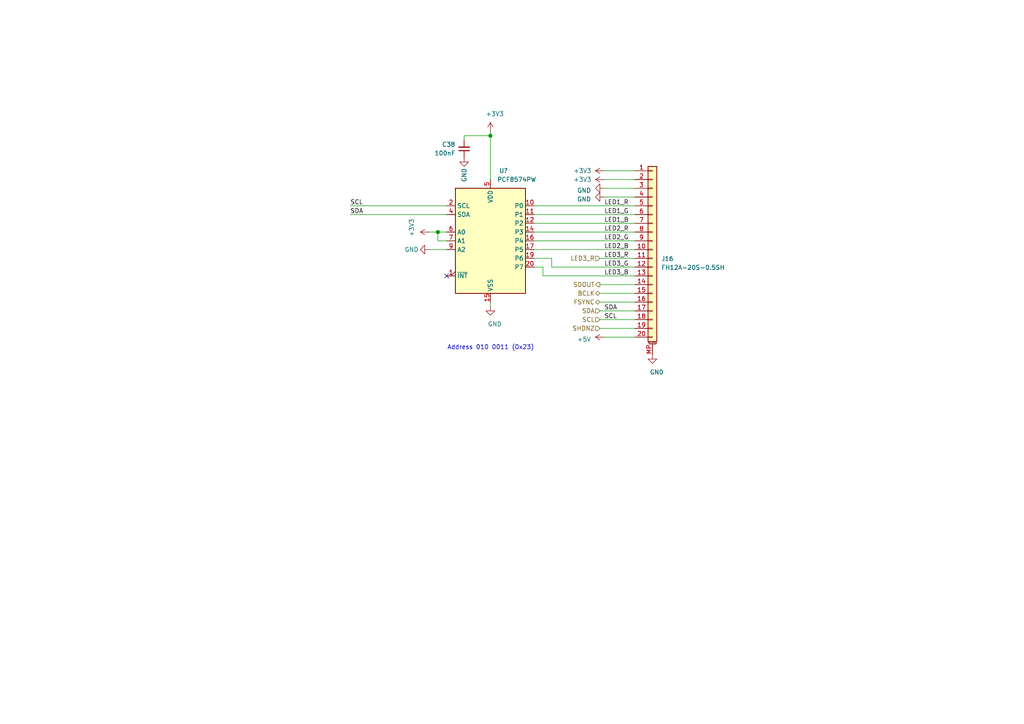
<source format=kicad_sch>
(kicad_sch (version 20210406) (generator eeschema)
  (paper "A4")
  (lib_symbols
    (symbol "Connector_Generic_MountingPin:Conn_01x20_MountingPin" (pin_names (offset 1.016) hide)
      (property "Reference" "J" (at 0 25.4 0))
      (property "Value" "Conn_01x20_MountingPin" (at 1.27 -27.94 0))
      (symbol "Conn_01x20_MountingPin_1_1"
        (text "Mounting" (at 0 -27.051 0) (effects (font (size 0.381 0.381))))
        (rectangle (start -1.27 -25.273) (end 0 -25.527) (stroke (width 0.1524)))
        (rectangle (start -1.27 -22.733) (end 0 -22.987) (stroke (width 0.1524)))
        (rectangle (start -1.27 -20.193) (end 0 -20.447) (stroke (width 0.1524)))
        (rectangle (start -1.27 -17.653) (end 0 -17.907) (stroke (width 0.1524)))
        (rectangle (start -1.27 -15.113) (end 0 -15.367) (stroke (width 0.1524)))
        (rectangle (start -1.27 -12.573) (end 0 -12.827) (stroke (width 0.1524)))
        (rectangle (start -1.27 -10.033) (end 0 -10.287) (stroke (width 0.1524)))
        (rectangle (start -1.27 -7.493) (end 0 -7.747) (stroke (width 0.1524)))
        (rectangle (start -1.27 -4.953) (end 0 -5.207) (stroke (width 0.1524)))
        (rectangle (start -1.27 -2.413) (end 0 -2.667) (stroke (width 0.1524)))
        (rectangle (start -1.27 0.127) (end 0 -0.127) (stroke (width 0.1524)))
        (rectangle (start -1.27 2.667) (end 0 2.413) (stroke (width 0.1524)))
        (rectangle (start -1.27 5.207) (end 0 4.953) (stroke (width 0.1524)))
        (rectangle (start -1.27 7.747) (end 0 7.493) (stroke (width 0.1524)))
        (rectangle (start -1.27 10.287) (end 0 10.033) (stroke (width 0.1524)))
        (rectangle (start -1.27 12.827) (end 0 12.573) (stroke (width 0.1524)))
        (rectangle (start -1.27 15.367) (end 0 15.113) (stroke (width 0.1524)))
        (rectangle (start -1.27 17.907) (end 0 17.653) (stroke (width 0.1524)))
        (rectangle (start -1.27 20.447) (end 0 20.193) (stroke (width 0.1524)))
        (rectangle (start -1.27 22.987) (end 0 22.733) (stroke (width 0.1524)))
        (rectangle (start -1.27 24.13) (end 1.27 -26.67) (stroke (width 0.254)) (fill (type background)))
        (polyline (pts (xy -1.016 -27.432) (xy 1.016 -27.432)) (stroke (width 0.1524)))
        (pin passive line (at -5.08 22.86 0) (length 3.81) (name "Pin_1") (number "1"))
        (pin passive line (at -5.08 0 0) (length 3.81) (name "Pin_10") (number "10"))
        (pin passive line (at -5.08 -2.54 0) (length 3.81) (name "Pin_11") (number "11"))
        (pin passive line (at -5.08 -5.08 0) (length 3.81) (name "Pin_12") (number "12"))
        (pin passive line (at -5.08 -7.62 0) (length 3.81) (name "Pin_13") (number "13"))
        (pin passive line (at -5.08 -10.16 0) (length 3.81) (name "Pin_14") (number "14"))
        (pin passive line (at -5.08 -12.7 0) (length 3.81) (name "Pin_15") (number "15"))
        (pin passive line (at -5.08 -15.24 0) (length 3.81) (name "Pin_16") (number "16"))
        (pin passive line (at -5.08 -17.78 0) (length 3.81) (name "Pin_17") (number "17"))
        (pin passive line (at -5.08 -20.32 0) (length 3.81) (name "Pin_18") (number "18"))
        (pin passive line (at -5.08 -22.86 0) (length 3.81) (name "Pin_19") (number "19"))
        (pin passive line (at -5.08 20.32 0) (length 3.81) (name "Pin_2") (number "2"))
        (pin passive line (at -5.08 -25.4 0) (length 3.81) (name "Pin_20") (number "20"))
        (pin passive line (at -5.08 17.78 0) (length 3.81) (name "Pin_3") (number "3"))
        (pin passive line (at -5.08 15.24 0) (length 3.81) (name "Pin_4") (number "4"))
        (pin passive line (at -5.08 12.7 0) (length 3.81) (name "Pin_5") (number "5"))
        (pin passive line (at -5.08 10.16 0) (length 3.81) (name "Pin_6") (number "6"))
        (pin passive line (at -5.08 7.62 0) (length 3.81) (name "Pin_7") (number "7"))
        (pin passive line (at -5.08 5.08 0) (length 3.81) (name "Pin_8") (number "8"))
        (pin passive line (at -5.08 2.54 0) (length 3.81) (name "Pin_9") (number "9"))
        (pin passive line (at 0 -30.48 90) (length 3.048) (name "MountPin") (number "MP"))
      )
    )
    (symbol "Device:C_Small" (pin_numbers hide) (pin_names (offset 0.254) hide)
      (property "Reference" "C" (at 0.254 1.778 0))
      (property "Value" "C_Small" (at 0.254 -2.032 0))
      (symbol "C_Small_0_1"
        (polyline (pts (xy -1.524 -0.508) (xy 1.524 -0.508)) (stroke (width 0.3302)))
        (polyline (pts (xy -1.524 0.508) (xy 1.524 0.508)) (stroke (width 0.3048)))
      )
      (symbol "C_Small_1_1"
        (pin passive line (at 0 2.54 270) (length 2.032) (name "~") (number "1"))
        (pin passive line (at 0 -2.54 90) (length 2.032) (name "~") (number "2"))
      )
    )
    (symbol "Interface_Expansion:PCF8574TS"
      (property "Reference" "U" (at -8.89 16.51 0))
      (property "Value" "PCF8574TS" (at 3.81 16.51 0))
      (symbol "PCF8574TS_0_1"
        (rectangle (start -10.16 15.24) (end 10.16 -15.24) (stroke (width 0.254)) (fill (type background)))
      )
      (symbol "PCF8574TS_1_1"
        (pin open_collector output_low (at -12.7 -10.16 0) (length 2.54) (name "~INT~") (number "1"))
        (pin bidirectional line (at 12.7 10.16 180) (length 2.54) (name "P0") (number "10"))
        (pin bidirectional line (at 12.7 7.62 180) (length 2.54) (name "P1") (number "11"))
        (pin bidirectional line (at 12.7 5.08 180) (length 2.54) (name "P2") (number "12"))
        (pin no_connect line (at -10.16 -5.08 0) (length 2.54) hide (name "NC") (number "13"))
        (pin bidirectional line (at 12.7 2.54 180) (length 2.54) (name "P3") (number "14"))
        (pin power_in line (at 0 -17.78 90) (length 2.54) (name "VSS") (number "15"))
        (pin bidirectional line (at 12.7 0 180) (length 2.54) (name "P4") (number "16"))
        (pin bidirectional line (at 12.7 -2.54 180) (length 2.54) (name "P5") (number "17"))
        (pin no_connect line (at -10.16 -7.62 0) (length 2.54) hide (name "NC") (number "18"))
        (pin bidirectional line (at 12.7 -5.08 180) (length 2.54) (name "P6") (number "19"))
        (pin input line (at -12.7 10.16 0) (length 2.54) (name "SCL") (number "2"))
        (pin bidirectional line (at 12.7 -7.62 180) (length 2.54) (name "P7") (number "20"))
        (pin no_connect line (at 10.16 -10.16 180) (length 2.54) hide (name "NC") (number "3"))
        (pin bidirectional line (at -12.7 7.62 0) (length 2.54) (name "SDA") (number "4"))
        (pin power_in line (at 0 17.78 270) (length 2.54) (name "VDD") (number "5"))
        (pin input line (at -12.7 2.54 0) (length 2.54) (name "A0") (number "6"))
        (pin input line (at -12.7 0 0) (length 2.54) (name "A1") (number "7"))
        (pin no_connect line (at 10.16 -12.7 180) (length 2.54) hide (name "NC") (number "8"))
        (pin input line (at -12.7 -2.54 0) (length 2.54) (name "A2") (number "9"))
      )
    )
    (symbol "power:+3V3" (power) (pin_names (offset 0))
      (property "Value" "+3V3" (at 0 3.556 0))
      (symbol "+3V3_0_1"
        (polyline (pts (xy -0.762 1.27) (xy 0 2.54)))
        (polyline (pts (xy 0 0) (xy 0 2.54)))
        (polyline (pts (xy 0 2.54) (xy 0.762 1.27)))
      )
      (symbol "+3V3_1_1"
        (pin power_in line (at 0 0 90) (length 0) hide (name "+3V3") (number "1"))
      )
    )
    (symbol "power:+5V" (power) (pin_names (offset 0))
      (property "Value" "+5V" (at 0 3.556 0))
      (symbol "+5V_0_1"
        (polyline (pts (xy -0.762 1.27) (xy 0 2.54)))
        (polyline (pts (xy 0 0) (xy 0 2.54)))
        (polyline (pts (xy 0 2.54) (xy 0.762 1.27)))
      )
      (symbol "+5V_1_1"
        (pin power_in line (at 0 0 90) (length 0) hide (name "+5V") (number "1"))
      )
    )
    (symbol "power:GND" (power) (pin_names (offset 0))
      (property "Value" "GND" (at 0 -3.81 0))
      (symbol "GND_0_1"
        (polyline (pts (xy 0 0) (xy 0 -1.27) (xy 1.27 -1.27) (xy 0 -2.54) (xy -1.27 -1.27) (xy 0 -1.27)))
      )
      (symbol "GND_1_1"
        (pin power_in line (at 0 0 270) (length 0) hide (name "GND") (number "1"))
      )
    )
  )
  (junction (at 127 67.31) (diameter 1.016))
  (junction (at 142.24 39.37) (diameter 1.016))
  (no_connect (at 129.54 80.01))
  (wire (pts (xy 101.6 59.69) (xy 129.54 59.69)))
  (wire (pts (xy 101.6 62.23) (xy 129.54 62.23)))
  (wire (pts (xy 124.46 67.31) (xy 127 67.31)))
  (wire (pts (xy 124.46 72.39) (xy 129.54 72.39)))
  (wire (pts (xy 127 67.31) (xy 127 69.85)))
  (wire (pts (xy 127 69.85) (xy 129.54 69.85)))
  (wire (pts (xy 129.54 67.31) (xy 127 67.31)))
  (wire (pts (xy 134.62 39.37) (xy 142.24 39.37)))
  (wire (pts (xy 134.62 40.64) (xy 134.62 39.37)))
  (wire (pts (xy 142.24 38.1) (xy 142.24 39.37)))
  (wire (pts (xy 142.24 39.37) (xy 142.24 52.07)))
  (wire (pts (xy 142.24 87.63) (xy 142.24 88.9)))
  (wire (pts (xy 154.94 59.69) (xy 184.15 59.69)))
  (wire (pts (xy 154.94 62.23) (xy 184.15 62.23)))
  (wire (pts (xy 154.94 64.77) (xy 184.15 64.77)))
  (wire (pts (xy 154.94 67.31) (xy 184.15 67.31)))
  (wire (pts (xy 154.94 69.85) (xy 184.15 69.85)))
  (wire (pts (xy 154.94 72.39) (xy 184.15 72.39)))
  (wire (pts (xy 154.94 74.93) (xy 160.02 74.93)))
  (wire (pts (xy 154.94 77.47) (xy 157.48 77.47)))
  (wire (pts (xy 157.48 80.01) (xy 157.48 77.47)))
  (wire (pts (xy 157.48 80.01) (xy 184.15 80.01)))
  (wire (pts (xy 160.02 77.47) (xy 160.02 74.93)))
  (wire (pts (xy 160.02 77.47) (xy 184.15 77.47)))
  (wire (pts (xy 173.99 74.93) (xy 184.15 74.93)))
  (wire (pts (xy 173.99 82.55) (xy 184.15 82.55)))
  (wire (pts (xy 173.99 85.09) (xy 184.15 85.09)))
  (wire (pts (xy 173.99 87.63) (xy 184.15 87.63)))
  (wire (pts (xy 173.99 90.17) (xy 184.15 90.17)))
  (wire (pts (xy 173.99 92.71) (xy 184.15 92.71)))
  (wire (pts (xy 173.99 95.25) (xy 184.15 95.25)))
  (wire (pts (xy 175.26 49.53) (xy 184.15 49.53)))
  (wire (pts (xy 175.26 52.07) (xy 184.15 52.07)))
  (wire (pts (xy 175.26 54.61) (xy 184.15 54.61)))
  (wire (pts (xy 175.26 57.15) (xy 184.15 57.15)))
  (wire (pts (xy 175.26 97.79) (xy 184.15 97.79)))
  (text "Address 010 0011 (0x23)" (at 154.94 101.6 180) (effects (font (size 1.27 1.27)) (justify right bottom)))
  (label "SCL" (at 101.6 59.69 0))
  (label "SDA" (at 101.6 62.23 0))
  (label "LED1_R" (at 175.26 59.69 0))
  (label "LED1_G" (at 175.26 62.23 0))
  (label "LED1_B" (at 175.26 64.77 0))
  (label "LED2_R" (at 175.26 67.31 0))
  (label "LED2_G" (at 175.26 69.85 0))
  (label "LED2_B" (at 175.26 72.39 0))
  (label "LED3_R" (at 175.26 74.93 0))
  (label "LED3_G" (at 175.26 77.47 0))
  (label "LED3_B" (at 175.26 80.01 0))
  (label "SDA" (at 175.26 90.17 0))
  (label "SCL" (at 175.26 92.71 0))
  (hierarchical_label "LED3_R" (shape input) (at 173.99 74.93 180))
  (hierarchical_label "SDOUT" (shape output) (at 173.99 82.55 180))
  (hierarchical_label "BCLK" (shape bidirectional) (at 173.99 85.09 180))
  (hierarchical_label "FSYNC" (shape bidirectional) (at 173.99 87.63 180))
  (hierarchical_label "SDA" (shape input) (at 173.99 90.17 180))
  (hierarchical_label "SCL" (shape input) (at 173.99 92.71 180))
  (hierarchical_label "SHDNZ" (shape input) (at 173.99 95.25 180))
  (symbol (lib_id "power:+3V3") (at 124.46 67.31 90) (unit 1)
    (property "Reference" "#PWR0114" (effects hide))
    (property "Value" "+3V3" (at 119.38 66.04 0))
  )
  (symbol (lib_id "power:+3V3") (at 142.24 38.1 0) (unit 1)
    (property "Reference" "#PWR0116" (effects hide))
    (property "Value" "+3V3" (at 143.51 33.02 0))
  )
  (symbol (lib_id "power:+3V3") (at 175.26 49.53 90) (unit 1)
    (property "Reference" "#PWR0127" (effects hide))
    (property "Value" "+3V3" (at 168.91 49.53 90))
  )
  (symbol (lib_id "power:+3V3") (at 175.26 52.07 90) (unit 1)
    (property "Reference" "#PWR0126" (effects hide))
    (property "Value" "+3V3" (at 168.91 52.07 90))
  )
  (symbol (lib_id "power:+5V") (at 175.26 97.79 90) (unit 1)
    (property "Reference" "#PWR0124" (effects hide))
    (property "Value" "+5V" (at 171.45 98.4249 90) (effects (justify left)))
  )
  (symbol (lib_id "power:GND") (at 124.46 72.39 270) (unit 1)
    (property "Reference" "#PWR0112" (effects hide))
    (property "Value" "GND" (at 119.38 72.39 90))
  )
  (symbol (lib_id "power:GND") (at 134.62 45.72 0) (unit 1)
    (property "Reference" "#PWR0120" (effects hide))
    (property "Value" "GND" (at 134.62 50.8 90))
  )
  (symbol (lib_id "power:GND") (at 142.24 88.9 0) (unit 1)
    (property "Reference" "#PWR0117" (effects hide))
    (property "Value" "GND" (at 143.51 93.98 0))
  )
  (symbol (lib_id "power:GND") (at 175.26 54.61 270) (unit 1)
    (property "Reference" "#PWR0128" (effects hide))
    (property "Value" "GND" (at 171.45 55.2449 90) (effects (justify right)))
  )
  (symbol (lib_id "power:GND") (at 175.26 57.15 270) (unit 1)
    (property "Reference" "#PWR0125" (effects hide))
    (property "Value" "GND" (at 171.45 57.7849 90) (effects (justify right)))
  )
  (symbol (lib_id "power:GND") (at 189.23 102.87 0) (unit 1)
    (property "Reference" "#PWR0122" (effects hide))
    (property "Value" "GND" (at 190.5 107.95 0))
  )
  (symbol (lib_id "Device:C_Small") (at 134.62 43.18 0) (mirror x) (unit 1)
    (property "Reference" "C38" (at 132.08 41.91 0) (effects (justify right)))
    (property "Value" "100nF" (at 132.08 44.45 0) (effects (justify right)))
    (property "Footprint" "Capacitor_SMD:C_0603_1608Metric" (effects hide))
  )
  (symbol (lib_id "Connector_Generic_MountingPin:Conn_01x20_MountingPin") (at 189.23 72.39 0) (unit 1)
    (property "Reference" "J16" (at 191.77 75.0569 0) (effects (justify left)))
    (property "Value" "FH12A-20S-0.5SH" (at 191.77 77.5969 0) (effects (justify left)))
    (property "Footprint" "Connector_FFC-FPC:Hirose_FH12-20S-0.5SH_1x20-1MP_P0.50mm_Horizontal" (effects hide))
  )
  (symbol (lib_id "Interface_Expansion:PCF8574TS") (at 142.24 69.85 0) (unit 1)
    (property "Reference" "U?" (at 146.05 49.53 0))
    (property "Value" "PCF8574PW" (at 149.86 52.07 0))
    (property "Footprint" "Package_SO:SSOP-20_4.4x6.5mm_P0.65mm" (effects hide))
    (property "Datasheet" "http://www.nxp.com/documents/data_sheet/PCF8574_PCF8574A.pdf" (effects hide))
  )
)
</source>
